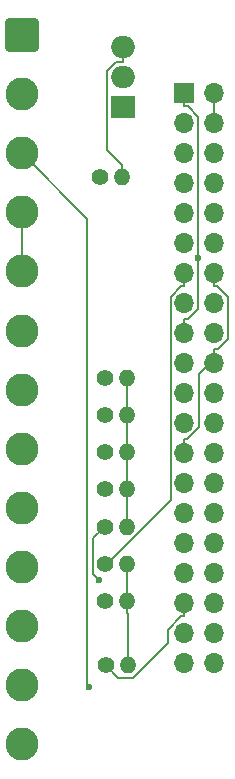
<source format=gbr>
%TF.GenerationSoftware,KiCad,Pcbnew,8.0.8*%
%TF.CreationDate,2025-03-16T18:45:55-07:00*%
%TF.ProjectId,PhonePiHat,50686f6e-6550-4694-9861-742e6b696361,rev?*%
%TF.SameCoordinates,Original*%
%TF.FileFunction,Copper,L1,Top*%
%TF.FilePolarity,Positive*%
%FSLAX46Y46*%
G04 Gerber Fmt 4.6, Leading zero omitted, Abs format (unit mm)*
G04 Created by KiCad (PCBNEW 8.0.8) date 2025-03-16 18:45:55*
%MOMM*%
%LPD*%
G01*
G04 APERTURE LIST*
G04 Aperture macros list*
%AMRoundRect*
0 Rectangle with rounded corners*
0 $1 Rounding radius*
0 $2 $3 $4 $5 $6 $7 $8 $9 X,Y pos of 4 corners*
0 Add a 4 corners polygon primitive as box body*
4,1,4,$2,$3,$4,$5,$6,$7,$8,$9,$2,$3,0*
0 Add four circle primitives for the rounded corners*
1,1,$1+$1,$2,$3*
1,1,$1+$1,$4,$5*
1,1,$1+$1,$6,$7*
1,1,$1+$1,$8,$9*
0 Add four rect primitives between the rounded corners*
20,1,$1+$1,$2,$3,$4,$5,0*
20,1,$1+$1,$4,$5,$6,$7,0*
20,1,$1+$1,$6,$7,$8,$9,0*
20,1,$1+$1,$8,$9,$2,$3,0*%
G04 Aperture macros list end*
%TA.AperFunction,ComponentPad*%
%ADD10C,1.400000*%
%TD*%
%TA.AperFunction,ComponentPad*%
%ADD11O,1.400000X1.400000*%
%TD*%
%TA.AperFunction,ComponentPad*%
%ADD12R,2.000000X1.905000*%
%TD*%
%TA.AperFunction,ComponentPad*%
%ADD13O,2.000000X1.905000*%
%TD*%
%TA.AperFunction,ComponentPad*%
%ADD14RoundRect,0.250001X-1.149999X1.149999X-1.149999X-1.149999X1.149999X-1.149999X1.149999X1.149999X0*%
%TD*%
%TA.AperFunction,ComponentPad*%
%ADD15C,2.800000*%
%TD*%
%TA.AperFunction,ComponentPad*%
%ADD16R,1.700000X1.700000*%
%TD*%
%TA.AperFunction,ComponentPad*%
%ADD17O,1.700000X1.700000*%
%TD*%
%TA.AperFunction,ViaPad*%
%ADD18C,0.600000*%
%TD*%
%TA.AperFunction,Conductor*%
%ADD19C,0.200000*%
%TD*%
G04 APERTURE END LIST*
D10*
%TO.P,R1,1*%
%TO.N,Net-(J1-GPIO17{slash}SPI1_~{CE1})*%
X38095000Y-56000000D03*
D11*
%TO.P,R1,2*%
%TO.N,Net-(Q1-S)*%
X39995000Y-56000000D03*
%TD*%
D10*
%TO.P,R10,1*%
%TO.N,Net-(J1-GPIO19{slash}SPI1_MISO{slash}PCM_FS)*%
X38600000Y-97350000D03*
D11*
%TO.P,R10,2*%
%TO.N,Net-(Q1-S)*%
X40500000Y-97350000D03*
%TD*%
D12*
%TO.P,Q1,1,G*%
%TO.N,Net-(J1-GPIO17{slash}SPI1_~{CE1})*%
X40000000Y-50080000D03*
D13*
%TO.P,Q1,2,D*%
%TO.N,Net-(J2-Pin_1)*%
X40000000Y-47540000D03*
%TO.P,Q1,3,S*%
%TO.N,Net-(Q1-S)*%
X40000000Y-45000000D03*
%TD*%
D10*
%TO.P,R3,1*%
%TO.N,Net-(J1-GPIO22{slash}SDIO_CLK)*%
X38500000Y-73000000D03*
D11*
%TO.P,R3,2*%
%TO.N,Net-(Q1-S)*%
X40400000Y-73000000D03*
%TD*%
D10*
%TO.P,R4,1*%
%TO.N,Net-(J1-GPIO23{slash}SDIO_CMD)*%
X38500000Y-76150000D03*
D11*
%TO.P,R4,2*%
%TO.N,Net-(Q1-S)*%
X40400000Y-76150000D03*
%TD*%
D10*
%TO.P,R6,1*%
%TO.N,Net-(J1-GPIO25{slash}SDIO_DAT1)*%
X38500000Y-82450000D03*
D11*
%TO.P,R6,2*%
%TO.N,Net-(Q1-S)*%
X40400000Y-82450000D03*
%TD*%
D14*
%TO.P,J2,1,Pin_1*%
%TO.N,Net-(J2-Pin_1)*%
X31500000Y-44000000D03*
D15*
%TO.P,J2,2,Pin_2*%
%TO.N,Net-(J2-Pin_2)*%
X31500000Y-49000000D03*
%TO.P,J2,3,Pin_3*%
%TO.N,Net-(J1-GPIO21{slash}SPI1_SCLK{slash}PCM_DOUT)*%
X31500000Y-54000000D03*
%TO.P,J2,4,Pin_4*%
%TO.N,Net-(J2-Pin_4)*%
X31500000Y-59000000D03*
%TO.P,J2,5,Pin_5*%
X31500000Y-64000000D03*
%TO.P,J2,6,Pin_6*%
%TO.N,Net-(J1-GPIO22{slash}SDIO_CLK)*%
X31500000Y-69000000D03*
%TO.P,J2,7,Pin_7*%
%TO.N,Net-(J1-GPIO23{slash}SDIO_CMD)*%
X31500000Y-74000000D03*
%TO.P,J2,8,Pin_8*%
%TO.N,Net-(J1-GPIO24{slash}SDIO_DAT0)*%
X31500000Y-79000000D03*
%TO.P,J2,9,Pin_9*%
%TO.N,Net-(J1-GPIO25{slash}SDIO_DAT1)*%
X31500000Y-84000000D03*
%TO.P,J2,10,Pin_10*%
%TO.N,Net-(J1-GPIO26{slash}SDIO_DAT2)*%
X31500000Y-89000000D03*
%TO.P,J2,11,Pin_11*%
%TO.N,Net-(J1-GPIO27{slash}SDIO_DAT3)*%
X31500000Y-94000000D03*
%TO.P,J2,12,Pin_12*%
%TO.N,Net-(J1-GPIO20{slash}SPI1_MOSI{slash}PCM_DIN{slash}PWM1)*%
X31500000Y-99000000D03*
%TO.P,J2,13,Pin_13*%
%TO.N,Net-(J1-GPIO19{slash}SPI1_MISO{slash}PCM_FS)*%
X31500000Y-104000000D03*
%TD*%
D10*
%TO.P,R5,1*%
%TO.N,Net-(J1-GPIO24{slash}SDIO_DAT0)*%
X38500000Y-79300000D03*
D11*
%TO.P,R5,2*%
%TO.N,Net-(Q1-S)*%
X40400000Y-79300000D03*
%TD*%
D10*
%TO.P,R9,1*%
%TO.N,Net-(J1-GPIO20{slash}SPI1_MOSI{slash}PCM_DIN{slash}PWM1)*%
X38500000Y-91900000D03*
D11*
%TO.P,R9,2*%
%TO.N,Net-(Q1-S)*%
X40400000Y-91900000D03*
%TD*%
D10*
%TO.P,R7,1*%
%TO.N,Net-(J1-GPIO26{slash}SDIO_DAT2)*%
X38500000Y-85600000D03*
D11*
%TO.P,R7,2*%
%TO.N,Net-(Q1-S)*%
X40400000Y-85600000D03*
%TD*%
D10*
%TO.P,R8,1*%
%TO.N,Net-(J1-GPIO27{slash}SDIO_DAT3)*%
X38500000Y-88750000D03*
D11*
%TO.P,R8,2*%
%TO.N,Net-(Q1-S)*%
X40400000Y-88750000D03*
%TD*%
D16*
%TO.P,J1,1,3V3*%
%TO.N,Net-(J2-Pin_4)*%
X45230000Y-48870000D03*
D17*
%TO.P,J1,2,5V*%
%TO.N,Net-(J2-Pin_2)*%
X47770000Y-48870000D03*
%TO.P,J1,3,SDA_I2C1/GPIO02*%
%TO.N,unconnected-(J1-SDA_I2C1{slash}GPIO02-Pad3)*%
X45230000Y-51410000D03*
%TO.P,J1,4,5V*%
%TO.N,Net-(J2-Pin_2)*%
X47770000Y-51410000D03*
%TO.P,J1,5,SCL_I2C1/GPIO03*%
%TO.N,unconnected-(J1-SCL_I2C1{slash}GPIO03-Pad5)*%
X45230000Y-53950000D03*
%TO.P,J1,6,GND*%
%TO.N,Net-(Q1-S)*%
X47770000Y-53950000D03*
%TO.P,J1,7,GPCLK0/GPIO04*%
%TO.N,unconnected-(J1-GPCLK0{slash}GPIO04-Pad7)*%
X45230000Y-56490000D03*
%TO.P,J1,8,GPIO14/UART_TXD*%
%TO.N,unconnected-(J1-GPIO14{slash}UART_TXD-Pad8)*%
X47770000Y-56490000D03*
%TO.P,J1,9,GND*%
%TO.N,Net-(Q1-S)*%
X45230000Y-59030000D03*
%TO.P,J1,10,GPIO15/UART_RXD*%
%TO.N,unconnected-(J1-GPIO15{slash}UART_RXD-Pad10)*%
X47770000Y-59030000D03*
%TO.P,J1,11,GPIO17/SPI1_~{CE1}*%
%TO.N,Net-(J1-GPIO17{slash}SPI1_~{CE1})*%
X45230000Y-61570000D03*
%TO.P,J1,12,GPIO18/SPI1_~{CE0}/PCM_CLK/PWM0*%
%TO.N,unconnected-(J1-GPIO18{slash}SPI1_~{CE0}{slash}PCM_CLK{slash}PWM0-Pad12)*%
X47770000Y-61570000D03*
%TO.P,J1,13,GPIO27/SDIO_DAT3*%
%TO.N,Net-(J1-GPIO27{slash}SDIO_DAT3)*%
X45230000Y-64110000D03*
%TO.P,J1,14,GND*%
%TO.N,Net-(Q1-S)*%
X47770000Y-64110000D03*
%TO.P,J1,15,GPIO22/SDIO_CLK*%
%TO.N,Net-(J1-GPIO22{slash}SDIO_CLK)*%
X45230000Y-66650000D03*
%TO.P,J1,16,GPIO23/SDIO_CMD*%
%TO.N,Net-(J1-GPIO23{slash}SDIO_CMD)*%
X47770000Y-66650000D03*
%TO.P,J1,17,3V3*%
%TO.N,Net-(J2-Pin_4)*%
X45230000Y-69190000D03*
%TO.P,J1,18,GPIO24/SDIO_DAT0*%
%TO.N,Net-(J1-GPIO24{slash}SDIO_DAT0)*%
X47770000Y-69190000D03*
%TO.P,J1,19,MOSI_SPI0/GPIO10*%
%TO.N,unconnected-(J1-MOSI_SPI0{slash}GPIO10-Pad19)*%
X45230000Y-71730000D03*
%TO.P,J1,20,GND*%
%TO.N,Net-(Q1-S)*%
X47770000Y-71730000D03*
%TO.P,J1,21,MISO_SPI0/GPIO09*%
%TO.N,unconnected-(J1-MISO_SPI0{slash}GPIO09-Pad21)*%
X45230000Y-74270000D03*
%TO.P,J1,22,GPIO25/SDIO_DAT1*%
%TO.N,Net-(J1-GPIO25{slash}SDIO_DAT1)*%
X47770000Y-74270000D03*
%TO.P,J1,23,SCLK_SPI0/GPIO11*%
%TO.N,unconnected-(J1-SCLK_SPI0{slash}GPIO11-Pad23)*%
X45230000Y-76810000D03*
%TO.P,J1,24,~{CE0}_SPI0/GPIO08*%
%TO.N,unconnected-(J1-~{CE0}_SPI0{slash}GPIO08-Pad24)*%
X47770000Y-76810000D03*
%TO.P,J1,25,GND*%
%TO.N,Net-(Q1-S)*%
X45230000Y-79350000D03*
%TO.P,J1,26,~{CE1}_SPI0/GPIO07*%
%TO.N,unconnected-(J1-~{CE1}_SPI0{slash}GPIO07-Pad26)*%
X47770000Y-79350000D03*
%TO.P,J1,27,ID_SD_I2C0/GPIO00*%
%TO.N,unconnected-(J1-ID_SD_I2C0{slash}GPIO00-Pad27)*%
X45230000Y-81890000D03*
%TO.P,J1,28,ID_SC_I2C0/GPIO01*%
%TO.N,unconnected-(J1-ID_SC_I2C0{slash}GPIO01-Pad28)*%
X47770000Y-81890000D03*
%TO.P,J1,29,GPCLK1/GPIO05*%
%TO.N,unconnected-(J1-GPCLK1{slash}GPIO05-Pad29)*%
X45230000Y-84430000D03*
%TO.P,J1,30,GND*%
%TO.N,Net-(Q1-S)*%
X47770000Y-84430000D03*
%TO.P,J1,31,GPCLK2/GPIO06*%
%TO.N,unconnected-(J1-GPCLK2{slash}GPIO06-Pad31)*%
X45230000Y-86970000D03*
%TO.P,J1,32,GPIO12/PWM0*%
%TO.N,unconnected-(J1-GPIO12{slash}PWM0-Pad32)*%
X47770000Y-86970000D03*
%TO.P,J1,33,GPIO13/PWM1*%
%TO.N,unconnected-(J1-GPIO13{slash}PWM1-Pad33)*%
X45230000Y-89510000D03*
%TO.P,J1,34,GND*%
%TO.N,Net-(Q1-S)*%
X47770000Y-89510000D03*
%TO.P,J1,35,GPIO19/SPI1_MISO/PCM_FS*%
%TO.N,Net-(J1-GPIO19{slash}SPI1_MISO{slash}PCM_FS)*%
X45230000Y-92050000D03*
%TO.P,J1,36,GPIO16/SPI1_~{CE2}*%
%TO.N,unconnected-(J1-GPIO16{slash}SPI1_~{CE2}-Pad36)*%
X47770000Y-92050000D03*
%TO.P,J1,37,GPIO26/SDIO_DAT2*%
%TO.N,Net-(J1-GPIO26{slash}SDIO_DAT2)*%
X45230000Y-94590000D03*
%TO.P,J1,38,GPIO20/SPI1_MOSI/PCM_DIN/PWM1*%
%TO.N,Net-(J1-GPIO20{slash}SPI1_MOSI{slash}PCM_DIN{slash}PWM1)*%
X47770000Y-94590000D03*
%TO.P,J1,39,GND*%
%TO.N,Net-(Q1-S)*%
X45230000Y-97130000D03*
%TO.P,J1,40,GPIO21/SPI1_SCLK/PCM_DOUT*%
%TO.N,Net-(J1-GPIO21{slash}SPI1_SCLK{slash}PCM_DOUT)*%
X47770000Y-97130000D03*
%TD*%
D18*
%TO.N,Net-(J2-Pin_4)*%
X46381700Y-62840000D03*
%TO.N,Net-(J1-GPIO26{slash}SDIO_DAT2)*%
X38005800Y-90109800D03*
%TO.N,Net-(J1-GPIO21{slash}SPI1_SCLK{slash}PCM_DOUT)*%
X37193300Y-99160000D03*
%TD*%
D19*
%TO.N,Net-(J2-Pin_4)*%
X46381700Y-62840000D02*
X46381700Y-50885400D01*
X45230000Y-69190000D02*
X45230000Y-68038300D01*
X46381700Y-67174500D02*
X46381700Y-62840000D01*
X45230000Y-68038300D02*
X45517900Y-68038300D01*
X45230000Y-48870000D02*
X45230000Y-50021700D01*
X45517900Y-68038300D02*
X46381700Y-67174500D01*
X45518000Y-50021700D02*
X45230000Y-50021700D01*
X31500000Y-59000000D02*
X31500000Y-64000000D01*
X46381700Y-50885400D02*
X45518000Y-50021700D01*
%TO.N,Net-(J2-Pin_2)*%
X47770000Y-51410000D02*
X47770000Y-48870000D01*
%TO.N,Net-(J1-GPIO26{slash}SDIO_DAT2)*%
X38500000Y-85600000D02*
X37497900Y-86602100D01*
X37497900Y-86602100D02*
X37497900Y-89601900D01*
X37497900Y-89601900D02*
X38005800Y-90109800D01*
%TO.N,Net-(J1-GPIO19{slash}SPI1_MISO{slash}PCM_FS)*%
X40898700Y-98382000D02*
X43840200Y-95440500D01*
X43840200Y-94323000D02*
X44961500Y-93201700D01*
X45230000Y-92050000D02*
X45230000Y-93201700D01*
X44961500Y-93201700D02*
X45230000Y-93201700D01*
X39632000Y-98382000D02*
X40898700Y-98382000D01*
X38600000Y-97350000D02*
X39632000Y-98382000D01*
X43840200Y-95440500D02*
X43840200Y-94323000D01*
%TO.N,Net-(J1-GPIO21{slash}SPI1_SCLK{slash}PCM_DOUT)*%
X37026900Y-59526900D02*
X37026900Y-98993600D01*
X37026900Y-98993600D02*
X37193300Y-99160000D01*
X31500000Y-54000000D02*
X37026900Y-59526900D01*
%TO.N,Net-(J1-GPIO27{slash}SDIO_DAT3)*%
X44078300Y-66125400D02*
X44078300Y-83350100D01*
X44078300Y-83350100D02*
X38678400Y-88750000D01*
X44942000Y-65261700D02*
X44078300Y-66125400D01*
X38678400Y-88750000D02*
X38500000Y-88750000D01*
X45230000Y-65261700D02*
X44942000Y-65261700D01*
X45230000Y-64110000D02*
X45230000Y-65261700D01*
%TO.N,Net-(Q1-S)*%
X46500000Y-72698800D02*
X46500000Y-77196800D01*
X40400000Y-79300000D02*
X40400000Y-76150000D01*
X40000000Y-46254200D02*
X39451300Y-46254200D01*
X40400000Y-92901700D02*
X40500000Y-93001700D01*
X38698300Y-53701600D02*
X39995000Y-54998300D01*
X40400000Y-76150000D02*
X40400000Y-73000000D01*
X40000000Y-45000000D02*
X40000000Y-46254200D01*
X40400000Y-88750000D02*
X40400000Y-91900000D01*
X40400000Y-85600000D02*
X40400000Y-82450000D01*
X47770000Y-71154100D02*
X47770000Y-71428800D01*
X45230000Y-79350000D02*
X45230000Y-78198300D01*
X47770000Y-70578300D02*
X48057900Y-70578300D01*
X38698300Y-47007200D02*
X38698300Y-53701600D01*
X47770000Y-64110000D02*
X47770000Y-65261700D01*
X40400000Y-91900000D02*
X40400000Y-92901700D01*
X39451300Y-46254200D02*
X38698300Y-47007200D01*
X40400000Y-82450000D02*
X40400000Y-79300000D01*
X39995000Y-56000000D02*
X39995000Y-54998300D01*
X48038500Y-65261700D02*
X47770000Y-65261700D01*
X45498500Y-78198300D02*
X45230000Y-78198300D01*
X40500000Y-93001700D02*
X40500000Y-97350000D01*
X48928100Y-69708100D02*
X48928100Y-66151300D01*
X47770000Y-71154100D02*
X47770000Y-70578300D01*
X47770000Y-71428800D02*
X46500000Y-72698800D01*
X48928100Y-66151300D02*
X48038500Y-65261700D01*
X46500000Y-77196800D02*
X45498500Y-78198300D01*
X47770000Y-71730000D02*
X47770000Y-71428800D01*
X48057900Y-70578300D02*
X48928100Y-69708100D01*
%TD*%
M02*

</source>
